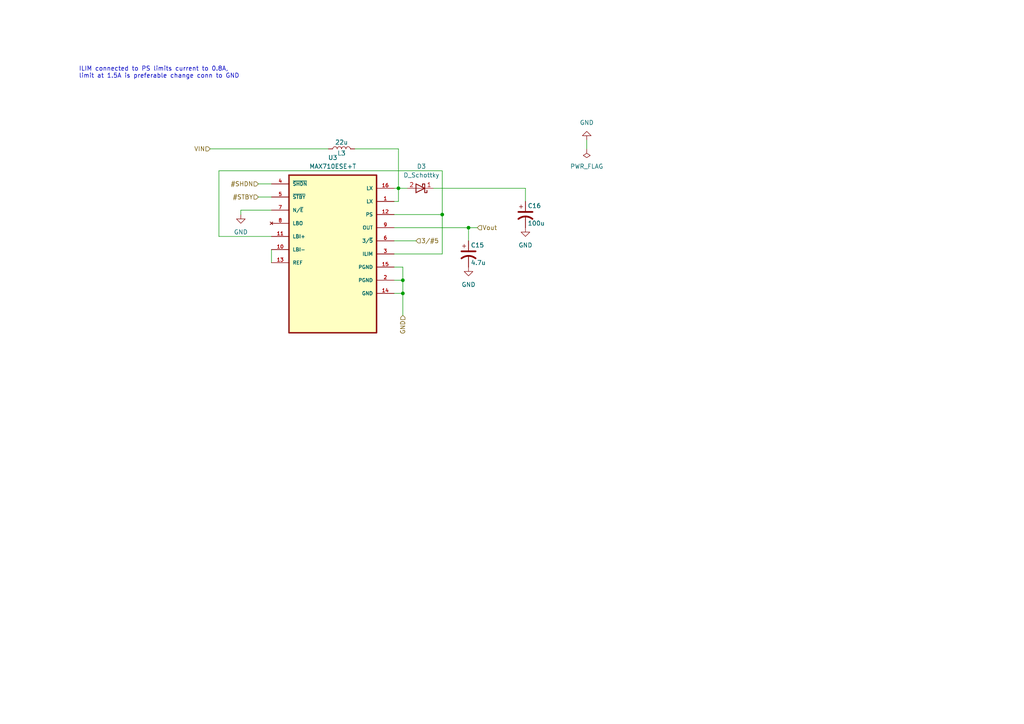
<source format=kicad_sch>
(kicad_sch (version 20211123) (generator eeschema)
  (paper "A4")
  (lib_symbols
    (symbol "Device:C_Polarized_US" (pin_numbers hide) (pin_names (offset 0.254) hide)
      (property "Reference" "C" (at 0.635 2.54 0))
      (property "Value" "C_Polarized_US" (at 0.635 -2.54 0))
      (symbol "C_Polarized_US_0_1"
        (polyline (pts (xy -2.032 0.762) (xy 2.032 0.762)) (stroke (width 0.508)))
        (polyline (pts (xy -1.778 2.286) (xy -0.762 2.286)))
        (polyline (pts (xy -1.27 1.778) (xy -1.27 2.794)))
        (arc (start 2.032 -1.27) (mid 0 -0.5572) (end -2.032 -1.27) (stroke (width 0.508)))
      )
      (symbol "C_Polarized_US_1_1"
        (pin passive line (at 0 3.81 270) (length 2.794) (name "~") (number "1"))
        (pin passive line (at 0 -3.81 90) (length 3.302) (name "~") (number "2"))
      )
    )
    (symbol "Device:D_Schottky" (pin_names (offset 1.016) hide)
      (property "Reference" "D" (at 0 2.54 0))
      (property "Value" "D_Schottky" (at 0 -2.54 0))
      (symbol "D_Schottky_0_1"
        (polyline (pts (xy 1.27 0) (xy -1.27 0)))
        (polyline (pts (xy 1.27 1.27) (xy 1.27 -1.27) (xy -1.27 0) (xy 1.27 1.27)) (stroke (width 0.254)))
        (polyline (pts (xy -1.905 0.635) (xy -1.905 1.27) (xy -1.27 1.27) (xy -1.27 -1.27) (xy -0.635 -1.27) (xy -0.635 -0.635)) (stroke (width 0.254)))
      )
      (symbol "D_Schottky_1_1"
        (pin passive line (at -3.81 0 0) (length 2.54) (name "K") (number "1"))
        (pin passive line (at 3.81 0 180) (length 2.54) (name "A") (number "2"))
      )
    )
    (symbol "Device:L" (pin_numbers hide) (pin_names (offset 1.016) hide)
      (property "Reference" "L" (at -1.27 0 90))
      (property "Value" "L" (at 1.905 0 90))
      (symbol "L_0_1"
        (arc (start 0 -2.54) (mid 0.635 -1.905) (end 0 -1.27))
        (arc (start 0 -1.27) (mid 0.635 -0.635) (end 0 0))
        (arc (start 0 0) (mid 0.635 0.635) (end 0 1.27))
        (arc (start 0 1.27) (mid 0.635 1.905) (end 0 2.54))
      )
      (symbol "L_1_1"
        (pin passive line (at 0 3.81 270) (length 1.27) (name "1") (number "1"))
        (pin passive line (at 0 -3.81 90) (length 1.27) (name "2") (number "2"))
      )
    )
    (symbol "MAX710ESE_T:MAX710ESE+T" (pin_names (offset 1.016))
      (property "Reference" "U" (at -12.7 23.8506 0))
      (property "Value" "MAX710ESE+T" (at -12.7 -26.8478 0))
      (symbol "MAX710ESE+T_0_0"
        (rectangle (start -12.7 -22.86) (end 12.7 22.86) (stroke (width 0.4064)) (fill (type background)))
        (pin bidirectional line (at 17.78 15.24 180) (length 5.08) (name "LX") (number "1"))
        (pin bidirectional line (at -17.78 1.27 0) (length 5.08) (name "LBI-") (number "10"))
        (pin bidirectional line (at -17.78 5.08 0) (length 5.08) (name "LBI+") (number "11"))
        (pin input line (at 17.78 11.43 180) (length 5.08) (name "PS") (number "12"))
        (pin output line (at -17.78 -2.54 0) (length 5.08) (name "REF") (number "13"))
        (pin input line (at 17.78 -11.43 180) (length 5.08) (name "GND") (number "14"))
        (pin input line (at 17.78 -3.81 180) (length 5.08) (name "PGND") (number "15"))
        (pin bidirectional line (at 17.78 19.05 180) (length 5.08) (name "LX") (number "16"))
        (pin input line (at 17.78 -7.62 180) (length 5.08) (name "PGND") (number "2"))
        (pin input line (at 17.78 0 180) (length 5.08) (name "ILIM") (number "3"))
        (pin input line (at -17.78 20.32 0) (length 5.08) (name "~{SHDN}") (number "4"))
        (pin input line (at -17.78 16.51 0) (length 5.08) (name "~{STBY}") (number "5"))
        (pin bidirectional line (at 17.78 3.81 180) (length 5.08) (name "3/~{5}") (number "6"))
        (pin input line (at -17.78 12.7 0) (length 5.08) (name "N/~{E}") (number "7"))
        (pin no_connect line (at -17.78 8.89 0) (length 5.08) (name "LBO") (number "8"))
        (pin output line (at 17.78 7.62 180) (length 5.08) (name "OUT") (number "9"))
      )
    )
    (symbol "power:GND" (power) (pin_names (offset 0))
      (property "Value" "GND" (at 0 -3.81 0))
      (symbol "GND_0_1"
        (polyline (pts (xy 0 0) (xy 0 -1.27) (xy 1.27 -1.27) (xy 0 -2.54) (xy -1.27 -1.27) (xy 0 -1.27)))
      )
      (symbol "GND_1_1"
        (pin power_in line (at 0 0 270) (length 0) hide (name "GND") (number "1"))
      )
    )
    (symbol "power:PWR_FLAG" (power) (pin_numbers hide) (pin_names (offset 0) hide)
      (property "Value" "PWR_FLAG" (at 0 3.81 0))
      (symbol "PWR_FLAG_0_0"
        (pin power_out line (at 0 0 90) (length 0) (name "pwr") (number "1"))
      )
      (symbol "PWR_FLAG_0_1"
        (polyline (pts (xy 0 0) (xy 0 1.27) (xy -1.016 1.905) (xy 0 2.54) (xy 1.016 1.905) (xy 0 1.27)))
      )
    )
  )
  (junction (at 115.57 54.61))
  (junction (at 116.84 85.09))
  (junction (at 135.89 66.04))
  (junction (at 128.27 62.23))
  (junction (at 116.84 81.28))
  (wire (pts (xy 170.18 40.64) (xy 170.18 43.18)))
  (wire (pts (xy 74.93 53.34) (xy 78.74 53.34)))
  (wire (pts (xy 63.5 49.53) (xy 128.27 49.53)))
  (wire (pts (xy 128.27 49.53) (xy 128.27 62.23)))
  (wire (pts (xy 115.57 54.61) (xy 115.57 58.42)))
  (wire (pts (xy 60.96 43.18) (xy 95.25 43.18)))
  (wire (pts (xy 116.84 81.28) (xy 116.84 85.09)))
  (wire (pts (xy 116.84 85.09) (xy 116.84 91.44)))
  (wire (pts (xy 114.3 81.28) (xy 116.84 81.28)))
  (wire (pts (xy 69.85 60.96) (xy 78.74 60.96)))
  (wire (pts (xy 135.89 66.04) (xy 135.89 69.85)))
  (wire (pts (xy 114.3 54.61) (xy 115.57 54.61)))
  (wire (pts (xy 128.27 62.23) (xy 128.27 73.66)))
  (wire (pts (xy 128.27 73.66) (xy 114.3 73.66)))
  (wire (pts (xy 114.3 66.04) (xy 135.89 66.04)))
  (wire (pts (xy 114.3 69.85) (xy 120.65 69.85)))
  (wire (pts (xy 69.85 62.23) (xy 69.85 60.96)))
  (wire (pts (xy 114.3 58.42) (xy 115.57 58.42)))
  (wire (pts (xy 102.87 43.18) (xy 115.57 43.18)))
  (wire (pts (xy 125.73 54.61) (xy 152.4 54.61)))
  (wire (pts (xy 152.4 54.61) (xy 152.4 58.42)))
  (wire (pts (xy 135.89 66.04) (xy 138.43 66.04)))
  (wire (pts (xy 63.5 68.58) (xy 78.74 68.58)))
  (wire (pts (xy 115.57 54.61) (xy 118.11 54.61)))
  (wire (pts (xy 114.3 62.23) (xy 128.27 62.23)))
  (wire (pts (xy 116.84 77.47) (xy 116.84 81.28)))
  (wire (pts (xy 115.57 43.18) (xy 115.57 54.61)))
  (wire (pts (xy 114.3 85.09) (xy 116.84 85.09)))
  (wire (pts (xy 63.5 68.58) (xy 63.5 49.53)))
  (wire (pts (xy 114.3 77.47) (xy 116.84 77.47)))
  (wire (pts (xy 78.74 72.39) (xy 78.74 76.2)))
  (wire (pts (xy 74.93 57.15) (xy 78.74 57.15)))
  (text "ILIM connected to PS limits current to 0.8A,\nlimit at 1.5A is preferable change conn to GND" (at 22.86 22.86 0) (effects (font (size 1.27 1.27)) (justify left bottom)))
  (hierarchical_label "Vout" (shape input) (at 138.43 66.04 0))
  (hierarchical_label "VIN" (shape input) (at 60.96 43.18 180))
  (hierarchical_label "GND" (shape input) (at 116.84 91.44 270))
  (hierarchical_label "#SHDN" (shape input) (at 74.93 53.34 180))
  (hierarchical_label "3{slash}#5" (shape input) (at 120.65 69.85 0))
  (hierarchical_label "#STBY" (shape input) (at 74.93 57.15 180))
  (symbol (lib_id "power:GND") (at 69.85 62.23 0) (unit 1)
    (property "Reference" "#PWR010" (effects hide))
    (property "Value" "GND" (at 69.85 67.31 0))
  )
  (symbol (lib_id "Device:C_Polarized_US") (at 152.4 62.23 0) (unit 1)
    (property "Reference" "C16" (at 153.035 59.69 0) (effects (justify left)))
    (property "Value" "100u" (at 153.035 64.77 0) (effects (justify left)))
    (property "Footprint" "Capacitor_SMD:C_0805_2012Metric_Pad1.18x1.45mm_HandSolder" (effects hide))
  )
  (symbol (lib_id "power:PWR_FLAG") (at 170.18 43.18 180) (unit 1)
    (property "Reference" "#FLG01" (effects hide))
    (property "Value" "PWR_FLAG" (at 170.18 48.26 0))
  )
  (symbol (lib_id "Device:C_Polarized_US") (at 135.89 73.66 0) (unit 1)
    (property "Reference" "C15" (at 136.525 71.12 0) (effects (justify left)))
    (property "Value" "4.7u" (at 136.525 76.2 0) (effects (justify left)))
    (property "Footprint" "Capacitor_SMD:C_0603_1608Metric_Pad1.08x0.95mm_HandSolder" (effects hide))
  )
  (symbol (lib_id "Device:D_Schottky") (at 121.92 54.61 180) (unit 1)
    (property "Reference" "D3" (at 122.2375 48.26 0))
    (property "Value" "D_Schottky" (at 122.2375 50.8 0))
    (property "Footprint" "Connectors_Cubesat_Custom:CubeSat_Diode_SOT_882" (effects hide))
  )
  (symbol (lib_id "power:GND") (at 152.4 66.04 0) (unit 1)
    (property "Reference" "#PWR012" (effects hide))
    (property "Value" "GND" (at 152.4 71.12 0))
  )
  (symbol (lib_id "Device:L") (at 99.06 43.18 90) (unit 1)
    (property "Reference" "L3" (at 99.06 44.45 90))
    (property "Value" "22u" (at 99.06 41.275 90))
    (property "Footprint" "Inductor_SMD:L_0603_1608Metric_Pad1.05x0.95mm_HandSolder" (effects hide))
  )
  (symbol (lib_id "MAX710ESE_T:MAX710ESE+T") (at 96.52 73.66 0) (unit 1)
    (property "Reference" "U3" (at 96.52 45.72 0))
    (property "Value" "MAX710ESE+T" (at 96.52 48.26 0))
    (property "Footprint" "MAX710ESE:SOIC127P600X175-16N" (effects hide))
  )
  (symbol (lib_id "power:GND") (at 170.18 40.64 180) (unit 1)
    (property "Reference" "#PWR013" (effects hide))
    (property "Value" "GND" (at 170.18 35.56 0))
  )
  (symbol (lib_id "power:GND") (at 135.89 77.47 0) (unit 1)
    (property "Reference" "#PWR011" (effects hide))
    (property "Value" "GND" (at 135.89 82.55 0))
  )
)
</source>
